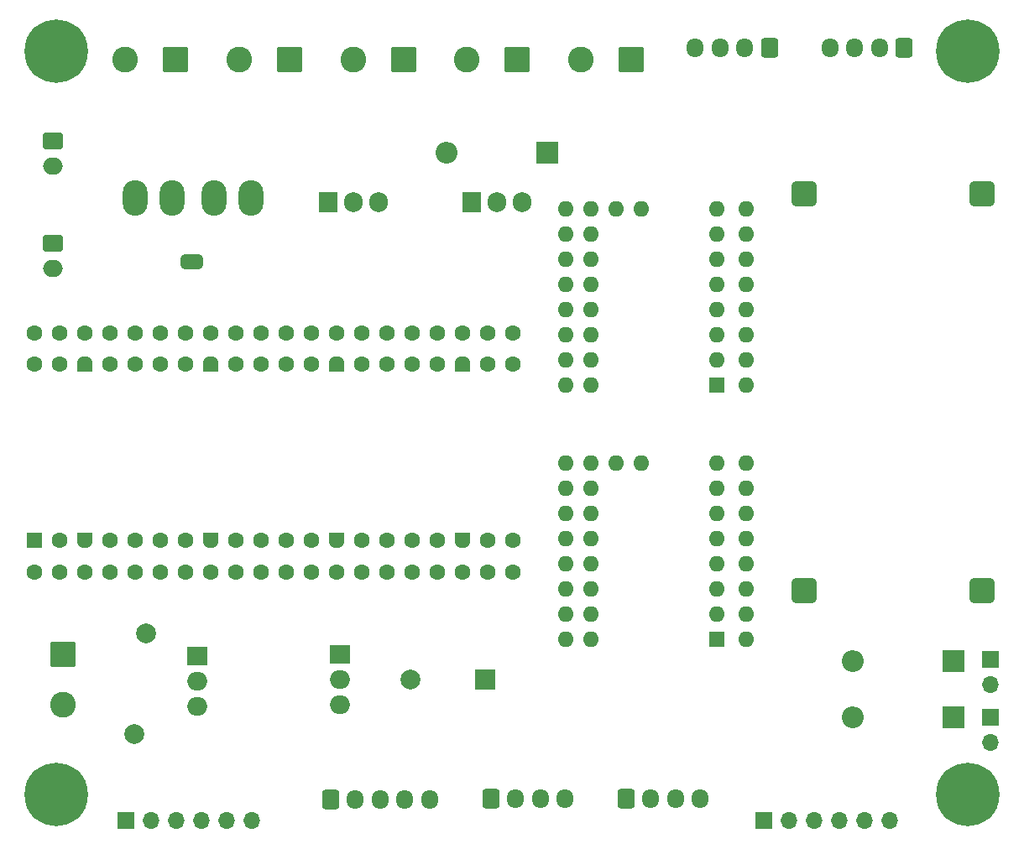
<source format=gbr>
%TF.GenerationSoftware,KiCad,Pcbnew,9.0.0*%
%TF.CreationDate,2025-04-09T12:02:38+02:00*%
%TF.ProjectId,LocalRoboCaster,4c6f6361-6c52-46f6-926f-436173746572,rev?*%
%TF.SameCoordinates,Original*%
%TF.FileFunction,Soldermask,Top*%
%TF.FilePolarity,Negative*%
%FSLAX46Y46*%
G04 Gerber Fmt 4.6, Leading zero omitted, Abs format (unit mm)*
G04 Created by KiCad (PCBNEW 9.0.0) date 2025-04-09 12:02:38*
%MOMM*%
%LPD*%
G01*
G04 APERTURE LIST*
G04 Aperture macros list*
%AMRoundRect*
0 Rectangle with rounded corners*
0 $1 Rounding radius*
0 $2 $3 $4 $5 $6 $7 $8 $9 X,Y pos of 4 corners*
0 Add a 4 corners polygon primitive as box body*
4,1,4,$2,$3,$4,$5,$6,$7,$8,$9,$2,$3,0*
0 Add four circle primitives for the rounded corners*
1,1,$1+$1,$2,$3*
1,1,$1+$1,$4,$5*
1,1,$1+$1,$6,$7*
1,1,$1+$1,$8,$9*
0 Add four rect primitives between the rounded corners*
20,1,$1+$1,$2,$3,$4,$5,0*
20,1,$1+$1,$4,$5,$6,$7,0*
20,1,$1+$1,$6,$7,$8,$9,0*
20,1,$1+$1,$8,$9,$2,$3,0*%
%AMFreePoly0*
4,1,37,0.603843,0.796157,0.639018,0.796157,0.711114,0.766294,0.766294,0.711114,0.796157,0.639018,0.796157,0.603843,0.800000,0.600000,0.800000,-0.600000,0.796157,-0.603843,0.796157,-0.639018,0.766294,-0.711114,0.711114,-0.766294,0.639018,-0.796157,0.603843,-0.796157,0.600000,-0.800000,0.000000,-0.800000,0.000000,-0.796148,-0.078414,-0.796148,-0.232228,-0.765552,-0.377117,-0.705537,
-0.507515,-0.618408,-0.618408,-0.507515,-0.705537,-0.377117,-0.765552,-0.232228,-0.796148,-0.078414,-0.796148,0.078414,-0.765552,0.232228,-0.705537,0.377117,-0.618408,0.507515,-0.507515,0.618408,-0.377117,0.705537,-0.232228,0.765552,-0.078414,0.796148,0.000000,0.796148,0.000000,0.800000,0.600000,0.800000,0.603843,0.796157,0.603843,0.796157,$1*%
%AMFreePoly1*
4,1,37,0.000000,0.796148,0.078414,0.796148,0.232228,0.765552,0.377117,0.705537,0.507515,0.618408,0.618408,0.507515,0.705537,0.377117,0.765552,0.232228,0.796148,0.078414,0.796148,-0.078414,0.765552,-0.232228,0.705537,-0.377117,0.618408,-0.507515,0.507515,-0.618408,0.377117,-0.705537,0.232228,-0.765552,0.078414,-0.796148,0.000000,-0.796148,0.000000,-0.800000,-0.600000,-0.800000,
-0.603843,-0.796157,-0.639018,-0.796157,-0.711114,-0.766294,-0.766294,-0.711114,-0.796157,-0.639018,-0.796157,-0.603843,-0.800000,-0.600000,-0.800000,0.600000,-0.796157,0.603843,-0.796157,0.639018,-0.766294,0.711114,-0.711114,0.766294,-0.639018,0.796157,-0.603843,0.796157,-0.600000,0.800000,0.000000,0.800000,0.000000,0.796148,0.000000,0.796148,$1*%
%AMFreePoly2*
4,1,23,0.500000,-0.750000,0.000000,-0.750000,0.000000,-0.745722,-0.065263,-0.745722,-0.191342,-0.711940,-0.304381,-0.646677,-0.396677,-0.554381,-0.461940,-0.441342,-0.495722,-0.315263,-0.495722,-0.250000,-0.500000,-0.250000,-0.500000,0.250000,-0.495722,0.250000,-0.495722,0.315263,-0.461940,0.441342,-0.396677,0.554381,-0.304381,0.646677,-0.191342,0.711940,-0.065263,0.745722,0.000000,0.745722,
0.000000,0.750000,0.500000,0.750000,0.500000,-0.750000,0.500000,-0.750000,$1*%
%AMFreePoly3*
4,1,23,0.000000,0.745722,0.065263,0.745722,0.191342,0.711940,0.304381,0.646677,0.396677,0.554381,0.461940,0.441342,0.495722,0.315263,0.495722,0.250000,0.500000,0.250000,0.500000,-0.250000,0.495722,-0.250000,0.495722,-0.315263,0.461940,-0.441342,0.396677,-0.554381,0.304381,-0.646677,0.191342,-0.711940,0.065263,-0.745722,0.000000,-0.745722,0.000000,-0.750000,-0.500000,-0.750000,
-0.500000,0.750000,0.000000,0.750000,0.000000,0.745722,0.000000,0.745722,$1*%
G04 Aperture macros list end*
%ADD10O,2.000000X1.905000*%
%ADD11R,2.000000X1.905000*%
%ADD12C,2.010000*%
%ADD13RoundRect,0.375000X0.875000X-0.875000X0.875000X0.875000X-0.875000X0.875000X-0.875000X-0.875000X0*%
%ADD14R,1.700000X1.700000*%
%ADD15O,1.700000X1.700000*%
%ADD16RoundRect,0.250000X1.050000X1.050000X-1.050000X1.050000X-1.050000X-1.050000X1.050000X-1.050000X0*%
%ADD17C,2.600000*%
%ADD18R,2.000000X2.000000*%
%ADD19C,2.000000*%
%ADD20R,2.200000X2.200000*%
%ADD21O,2.200000X2.200000*%
%ADD22RoundRect,0.250000X-0.600000X-0.725000X0.600000X-0.725000X0.600000X0.725000X-0.600000X0.725000X0*%
%ADD23O,1.700000X1.950000*%
%ADD24C,0.800000*%
%ADD25C,6.400000*%
%ADD26RoundRect,0.250000X-1.050000X1.050000X-1.050000X-1.050000X1.050000X-1.050000X1.050000X1.050000X0*%
%ADD27C,1.600000*%
%ADD28RoundRect,0.200000X0.600000X-0.600000X0.600000X0.600000X-0.600000X0.600000X-0.600000X-0.600000X0*%
%ADD29FreePoly0,90.000000*%
%ADD30FreePoly1,90.000000*%
%ADD31RoundRect,0.250000X-0.750000X0.600000X-0.750000X-0.600000X0.750000X-0.600000X0.750000X0.600000X0*%
%ADD32O,2.000000X1.700000*%
%ADD33O,1.600000X1.600000*%
%ADD34R,1.600000X1.600000*%
%ADD35O,1.905000X2.000000*%
%ADD36R,1.905000X2.000000*%
%ADD37RoundRect,0.250000X0.600000X0.725000X-0.600000X0.725000X-0.600000X-0.725000X0.600000X-0.725000X0*%
%ADD38FreePoly2,0.000000*%
%ADD39FreePoly3,0.000000*%
%ADD40RoundRect,1.250000X-0.000010X-0.550000X0.000010X-0.550000X0.000010X0.550000X-0.000010X0.550000X0*%
G04 APERTURE END LIST*
%TO.C,JP5V7*%
G36*
X59100000Y-57450000D02*
G01*
X59400000Y-57450000D01*
X59400000Y-58950000D01*
X59100000Y-58950000D01*
X59100000Y-57450000D01*
G37*
%TD*%
D10*
%TO.C,Q7*%
X59805000Y-103140000D03*
D11*
X59805000Y-98060000D03*
D10*
X59805000Y-100600000D03*
%TD*%
D12*
%TO.C,F3*%
X54600000Y-95700000D03*
X53400000Y-105900000D03*
%TD*%
D13*
%TO.C,U8*%
X120980000Y-91380000D03*
X138980000Y-91380000D03*
X120980000Y-51380000D03*
X138980000Y-51380000D03*
%TD*%
D14*
%TO.C,J1*%
X116950000Y-114600000D03*
D15*
X119490000Y-114600000D03*
X122030000Y-114600000D03*
X124570000Y-114600000D03*
X127110000Y-114600000D03*
X129650000Y-114600000D03*
%TD*%
D16*
%TO.C,J6*%
X92045000Y-37827500D03*
D17*
X86965000Y-37827500D03*
%TD*%
D14*
%TO.C,M3*%
X139800000Y-98315000D03*
D15*
X139800000Y-100855000D03*
%TD*%
D14*
%TO.C,M5*%
X139795000Y-104210000D03*
D15*
X139795000Y-106750000D03*
%TD*%
D18*
%TO.C,BZ1*%
X88850000Y-100370000D03*
D19*
X81250000Y-100370000D03*
%TD*%
D20*
%TO.C,D3*%
X136080000Y-104240000D03*
D21*
X125920000Y-104240000D03*
%TD*%
D22*
%TO.C,U4*%
X73200000Y-112475000D03*
D23*
X75700000Y-112475000D03*
X78200000Y-112475000D03*
X80700000Y-112475000D03*
X83200000Y-112475000D03*
%TD*%
D14*
%TO.C,J8*%
X52590000Y-114600000D03*
D15*
X55130000Y-114600000D03*
X57670000Y-114600000D03*
X60210000Y-114600000D03*
X62750000Y-114600000D03*
X65290000Y-114600000D03*
%TD*%
D24*
%TO.C,H7*%
X45540000Y-109600000D03*
X47237056Y-110302944D03*
X43842944Y-110302944D03*
X47940000Y-112000000D03*
D25*
X45540000Y-112000000D03*
D24*
X43140000Y-112000000D03*
X47237056Y-113697056D03*
X43842944Y-113697056D03*
X45540000Y-114400000D03*
%TD*%
D20*
%TO.C,D1*%
X95080000Y-47250000D03*
D21*
X84920000Y-47250000D03*
%TD*%
D26*
%TO.C,J2*%
X46227500Y-97855000D03*
D17*
X46227500Y-102935000D03*
%TD*%
D24*
%TO.C,H6*%
X45540000Y-34600000D03*
X47237056Y-35302944D03*
X43842944Y-35302944D03*
X47940000Y-37000000D03*
D25*
X45540000Y-37000000D03*
D24*
X43140000Y-37000000D03*
X47237056Y-38697056D03*
X43842944Y-38697056D03*
X45540000Y-39400000D03*
%TD*%
D22*
%TO.C,J5*%
X89400000Y-112400000D03*
D23*
X91900000Y-112400000D03*
X94400000Y-112400000D03*
X96900000Y-112400000D03*
%TD*%
D27*
%TO.C,A1*%
X43332500Y-89520895D03*
D28*
X43332500Y-86345895D03*
D27*
X45872500Y-89520895D03*
X45872500Y-86345895D03*
X48412500Y-89520895D03*
D29*
X48412500Y-86345895D03*
D27*
X51007983Y-89549106D03*
X50952500Y-86345895D03*
X53492500Y-89520895D03*
X53492500Y-86345895D03*
X56032500Y-89520895D03*
X56032500Y-86345895D03*
X58572500Y-89520895D03*
X58572500Y-86345895D03*
X61112500Y-89520895D03*
D29*
X61112500Y-86345895D03*
D27*
X63652500Y-89520895D03*
X63652500Y-86345895D03*
X66192500Y-89520895D03*
X66192500Y-86345895D03*
X68732500Y-89520895D03*
X68732500Y-86345895D03*
X71272500Y-89520895D03*
X71272500Y-86345895D03*
X73812500Y-89520895D03*
D29*
X73812500Y-86345895D03*
D27*
X76352500Y-89520895D03*
X76352500Y-86345895D03*
X78892500Y-89520895D03*
X78892500Y-86345895D03*
X81432500Y-89520895D03*
X81432500Y-86345895D03*
X83972500Y-89520895D03*
X83972500Y-86345895D03*
X86512500Y-89520895D03*
D29*
X86512500Y-86345895D03*
D27*
X89052500Y-89520895D03*
X89052500Y-86345895D03*
X91592500Y-89520895D03*
X91592500Y-86345895D03*
X91592500Y-68565895D03*
X91592500Y-65390895D03*
X89052500Y-68565895D03*
X89052500Y-65390895D03*
D30*
X86512500Y-68565895D03*
D27*
X86512500Y-65390895D03*
X83972500Y-68565895D03*
X83972500Y-65390895D03*
X81432500Y-68565895D03*
X81432500Y-65390895D03*
X78892500Y-68565895D03*
X78892500Y-65390895D03*
X76352500Y-68565895D03*
X76352500Y-65390895D03*
D30*
X73812500Y-68565895D03*
D27*
X73812500Y-65390895D03*
X71272500Y-68565895D03*
X71272500Y-65390895D03*
X68732500Y-68565895D03*
X68732500Y-65390895D03*
X66192500Y-68565895D03*
X66192500Y-65390895D03*
X63652500Y-68565895D03*
X63652500Y-65390895D03*
D30*
X61112500Y-68565895D03*
D27*
X61112500Y-65390895D03*
X58572500Y-68565895D03*
X58572500Y-65390895D03*
X56032500Y-68565895D03*
X56032500Y-65390895D03*
X53492500Y-68565895D03*
X53492500Y-65390895D03*
X50952500Y-68565895D03*
X51007983Y-65419106D03*
D30*
X48412500Y-68565895D03*
D27*
X48412500Y-65390895D03*
X45872500Y-68565895D03*
X45872500Y-65390895D03*
X43332500Y-68565895D03*
X43332500Y-65390895D03*
%TD*%
D31*
%TO.C,TH1*%
X45200000Y-46050000D03*
D32*
X45200000Y-48550000D03*
%TD*%
D16*
%TO.C,J7*%
X103545000Y-37827500D03*
D17*
X98465000Y-37827500D03*
%TD*%
D33*
%TO.C,U1*%
X115165000Y-96290000D03*
D34*
X112165000Y-96290000D03*
D33*
X115165000Y-93750000D03*
X112165000Y-93750000D03*
X115165000Y-91210000D03*
X112165000Y-91210000D03*
X115165000Y-88670000D03*
X112165000Y-88670000D03*
X115165000Y-86130000D03*
X112165000Y-86130000D03*
X115165000Y-83590000D03*
X112165000Y-83590000D03*
X115165000Y-81050000D03*
X112165000Y-81050000D03*
X115165000Y-78510000D03*
X112165000Y-78510000D03*
X99465000Y-96290000D03*
X96925000Y-96290000D03*
X99465000Y-93750000D03*
X96925000Y-93750000D03*
X99465000Y-91210000D03*
X96925000Y-91210000D03*
X99465000Y-88670000D03*
X96925000Y-88670000D03*
X99465000Y-86130000D03*
X96925000Y-86130000D03*
X99465000Y-83590000D03*
X96925000Y-83590000D03*
X99465000Y-81050000D03*
X96925000Y-81050000D03*
X99465000Y-78510000D03*
X96925000Y-78510000D03*
X102005000Y-78510000D03*
X104545000Y-78510000D03*
%TD*%
D10*
%TO.C,Q6*%
X74200000Y-100400000D03*
D11*
X74200000Y-97860000D03*
D10*
X74200000Y-102940000D03*
%TD*%
D24*
%TO.C,H5*%
X137540000Y-109600000D03*
X139237056Y-110302944D03*
X135842944Y-110302944D03*
X139940000Y-112000000D03*
D25*
X137540000Y-112000000D03*
D24*
X135140000Y-112000000D03*
X139237056Y-113697056D03*
X135842944Y-113697056D03*
X137540000Y-114400000D03*
%TD*%
D35*
%TO.C,Q4*%
X90000000Y-52195000D03*
D36*
X87460000Y-52195000D03*
D35*
X92540000Y-52195000D03*
%TD*%
D16*
%TO.C,J3*%
X57545000Y-37827500D03*
D17*
X52465000Y-37827500D03*
%TD*%
D22*
%TO.C,J4*%
X103000000Y-112400000D03*
D23*
X105500000Y-112400000D03*
X108000000Y-112400000D03*
X110500000Y-112400000D03*
%TD*%
D16*
%TO.C,M1*%
X80573800Y-37820700D03*
D17*
X75493800Y-37820700D03*
%TD*%
D24*
%TO.C,H8*%
X137540000Y-34600000D03*
X139237056Y-35302944D03*
X135842944Y-35302944D03*
X139940000Y-37000000D03*
D25*
X137540000Y-37000000D03*
D24*
X135140000Y-37000000D03*
X139237056Y-38697056D03*
X135842944Y-38697056D03*
X137540000Y-39400000D03*
%TD*%
D35*
%TO.C,Q5*%
X75500000Y-52195000D03*
D36*
X72960000Y-52195000D03*
D35*
X78040000Y-52195000D03*
%TD*%
D33*
%TO.C,U2*%
X115165000Y-70690000D03*
D34*
X112165000Y-70690000D03*
D33*
X115165000Y-68150000D03*
X112165000Y-68150000D03*
X115165000Y-65610000D03*
X112165000Y-65610000D03*
X115165000Y-63070000D03*
X112165000Y-63070000D03*
X115165000Y-60530000D03*
X112165000Y-60530000D03*
X115165000Y-57990000D03*
X112165000Y-57990000D03*
X115165000Y-55450000D03*
X112165000Y-55450000D03*
X115165000Y-52910000D03*
X112165000Y-52910000D03*
X99465000Y-70690000D03*
X96925000Y-70690000D03*
X99465000Y-68150000D03*
X96925000Y-68150000D03*
X99465000Y-65610000D03*
X96925000Y-65610000D03*
X99465000Y-63070000D03*
X96925000Y-63070000D03*
X99465000Y-60530000D03*
X96925000Y-60530000D03*
X99465000Y-57990000D03*
X96925000Y-57990000D03*
X99465000Y-55450000D03*
X96925000Y-55450000D03*
X99465000Y-52910000D03*
X96925000Y-52910000D03*
X102005000Y-52910000D03*
X104545000Y-52910000D03*
%TD*%
D16*
%TO.C,R2*%
X69093000Y-37827500D03*
D17*
X64013000Y-37827500D03*
%TD*%
D37*
%TO.C,M2*%
X131100000Y-36600000D03*
D23*
X128600000Y-36600000D03*
X126100000Y-36600000D03*
X123600000Y-36600000D03*
%TD*%
D38*
%TO.C,JP5V7*%
X58600000Y-58200000D03*
D39*
X59900000Y-58200000D03*
%TD*%
D20*
%TO.C,D2*%
X136080000Y-98500000D03*
D21*
X125920000Y-98500000D03*
%TD*%
D40*
%TO.C,F2*%
X53500000Y-51750000D03*
X57200000Y-51750000D03*
X61500000Y-51750000D03*
X65200000Y-51750000D03*
%TD*%
D31*
%TO.C,U3*%
X45200000Y-56400000D03*
D32*
X45200000Y-58900000D03*
%TD*%
D37*
%TO.C,M4*%
X117500000Y-36600000D03*
D23*
X115000000Y-36600000D03*
X112500000Y-36600000D03*
X110000000Y-36600000D03*
%TD*%
M02*

</source>
